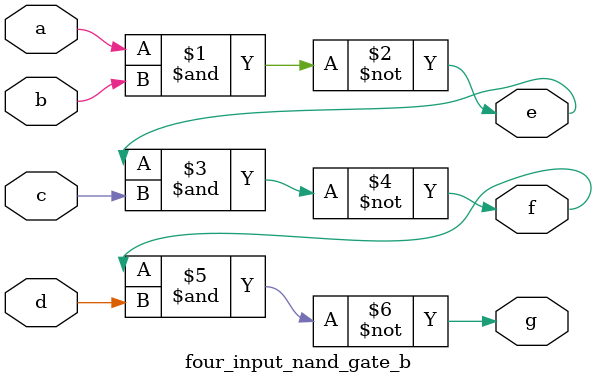
<source format=v>
`timescale 1ns / 1ps


module four_input_nand_gate_b(
    input a,b,c,d,
    output e,f,g
    );
    
    assign e = ~(a&b);
    assign f = ~(e&c);
    assign g = ~(f&d);
    
endmodule

</source>
